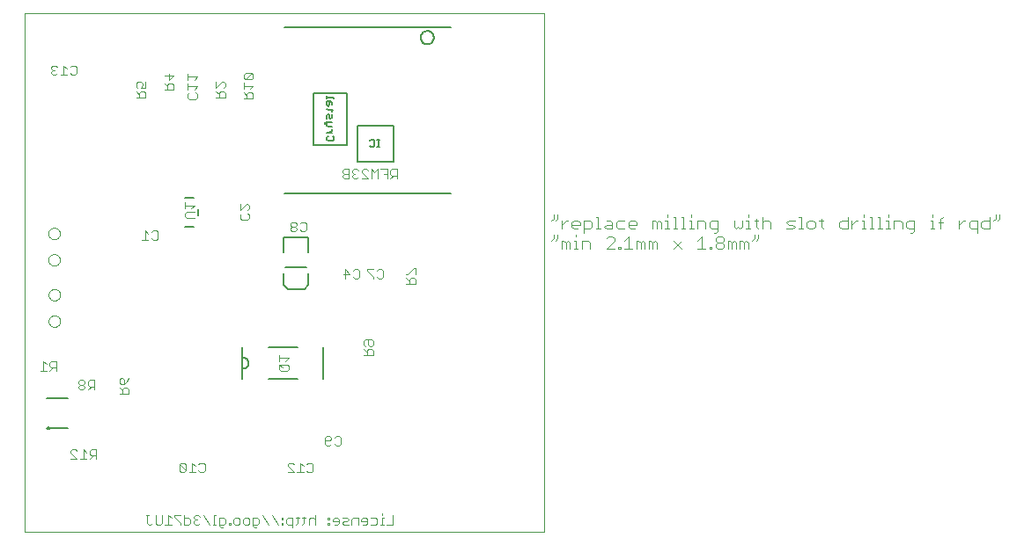
<source format=gbo>
G75*
%MOIN*%
%OFA0B0*%
%FSLAX24Y24*%
%IPPOS*%
%LPD*%
%AMOC8*
5,1,8,0,0,1.08239X$1,22.5*
%
%ADD10C,0.0000*%
%ADD11C,0.0040*%
%ADD12C,0.0080*%
%ADD13C,0.0050*%
%ADD14C,0.0030*%
D10*
X000350Y000350D02*
X000350Y020035D01*
X020035Y020035D01*
X020035Y000350D01*
X000350Y000350D01*
X001267Y008344D02*
X001269Y008373D01*
X001275Y008401D01*
X001284Y008429D01*
X001297Y008455D01*
X001314Y008478D01*
X001333Y008500D01*
X001355Y008519D01*
X001380Y008534D01*
X001406Y008547D01*
X001434Y008555D01*
X001462Y008560D01*
X001491Y008561D01*
X001520Y008558D01*
X001548Y008551D01*
X001575Y008541D01*
X001601Y008527D01*
X001624Y008510D01*
X001645Y008490D01*
X001663Y008467D01*
X001678Y008442D01*
X001689Y008415D01*
X001697Y008387D01*
X001701Y008358D01*
X001701Y008330D01*
X001697Y008301D01*
X001689Y008273D01*
X001678Y008246D01*
X001663Y008221D01*
X001645Y008198D01*
X001624Y008178D01*
X001601Y008161D01*
X001575Y008147D01*
X001548Y008137D01*
X001520Y008130D01*
X001491Y008127D01*
X001462Y008128D01*
X001434Y008133D01*
X001406Y008141D01*
X001380Y008154D01*
X001355Y008169D01*
X001333Y008188D01*
X001314Y008210D01*
X001297Y008233D01*
X001284Y008259D01*
X001275Y008287D01*
X001269Y008315D01*
X001267Y008344D01*
X001267Y009344D02*
X001269Y009373D01*
X001275Y009401D01*
X001284Y009429D01*
X001297Y009455D01*
X001314Y009478D01*
X001333Y009500D01*
X001355Y009519D01*
X001380Y009534D01*
X001406Y009547D01*
X001434Y009555D01*
X001462Y009560D01*
X001491Y009561D01*
X001520Y009558D01*
X001548Y009551D01*
X001575Y009541D01*
X001601Y009527D01*
X001624Y009510D01*
X001645Y009490D01*
X001663Y009467D01*
X001678Y009442D01*
X001689Y009415D01*
X001697Y009387D01*
X001701Y009358D01*
X001701Y009330D01*
X001697Y009301D01*
X001689Y009273D01*
X001678Y009246D01*
X001663Y009221D01*
X001645Y009198D01*
X001624Y009178D01*
X001601Y009161D01*
X001575Y009147D01*
X001548Y009137D01*
X001520Y009130D01*
X001491Y009127D01*
X001462Y009128D01*
X001434Y009133D01*
X001406Y009141D01*
X001380Y009154D01*
X001355Y009169D01*
X001333Y009188D01*
X001314Y009210D01*
X001297Y009233D01*
X001284Y009259D01*
X001275Y009287D01*
X001269Y009315D01*
X001267Y009344D01*
X001259Y010670D02*
X001261Y010699D01*
X001267Y010727D01*
X001276Y010755D01*
X001289Y010781D01*
X001306Y010804D01*
X001325Y010826D01*
X001347Y010845D01*
X001372Y010860D01*
X001398Y010873D01*
X001426Y010881D01*
X001454Y010886D01*
X001483Y010887D01*
X001512Y010884D01*
X001540Y010877D01*
X001567Y010867D01*
X001593Y010853D01*
X001616Y010836D01*
X001637Y010816D01*
X001655Y010793D01*
X001670Y010768D01*
X001681Y010741D01*
X001689Y010713D01*
X001693Y010684D01*
X001693Y010656D01*
X001689Y010627D01*
X001681Y010599D01*
X001670Y010572D01*
X001655Y010547D01*
X001637Y010524D01*
X001616Y010504D01*
X001593Y010487D01*
X001567Y010473D01*
X001540Y010463D01*
X001512Y010456D01*
X001483Y010453D01*
X001454Y010454D01*
X001426Y010459D01*
X001398Y010467D01*
X001372Y010480D01*
X001347Y010495D01*
X001325Y010514D01*
X001306Y010536D01*
X001289Y010559D01*
X001276Y010585D01*
X001267Y010613D01*
X001261Y010641D01*
X001259Y010670D01*
X001259Y011670D02*
X001261Y011699D01*
X001267Y011727D01*
X001276Y011755D01*
X001289Y011781D01*
X001306Y011804D01*
X001325Y011826D01*
X001347Y011845D01*
X001372Y011860D01*
X001398Y011873D01*
X001426Y011881D01*
X001454Y011886D01*
X001483Y011887D01*
X001512Y011884D01*
X001540Y011877D01*
X001567Y011867D01*
X001593Y011853D01*
X001616Y011836D01*
X001637Y011816D01*
X001655Y011793D01*
X001670Y011768D01*
X001681Y011741D01*
X001689Y011713D01*
X001693Y011684D01*
X001693Y011656D01*
X001689Y011627D01*
X001681Y011599D01*
X001670Y011572D01*
X001655Y011547D01*
X001637Y011524D01*
X001616Y011504D01*
X001593Y011487D01*
X001567Y011473D01*
X001540Y011463D01*
X001512Y011456D01*
X001483Y011453D01*
X001454Y011454D01*
X001426Y011459D01*
X001398Y011467D01*
X001372Y011480D01*
X001347Y011495D01*
X001325Y011514D01*
X001306Y011536D01*
X001289Y011559D01*
X001276Y011585D01*
X001267Y011613D01*
X001261Y011641D01*
X001259Y011670D01*
D11*
X004804Y011432D02*
X005040Y011432D01*
X004922Y011432D02*
X004922Y011786D01*
X005040Y011668D01*
X005167Y011727D02*
X005226Y011786D01*
X005344Y011786D01*
X005403Y011727D01*
X005403Y011491D01*
X005344Y011432D01*
X005226Y011432D01*
X005167Y011491D01*
X006434Y012312D02*
X006434Y012430D01*
X006493Y012489D01*
X006788Y012489D01*
X006670Y012616D02*
X006788Y012734D01*
X006434Y012734D01*
X006434Y012616D02*
X006434Y012852D01*
X006434Y012312D02*
X006493Y012253D01*
X006788Y012253D01*
X008512Y012257D02*
X008571Y012198D01*
X008807Y012198D01*
X008866Y012257D01*
X008866Y012375D01*
X008807Y012434D01*
X008807Y012561D02*
X008866Y012620D01*
X008866Y012738D01*
X008807Y012797D01*
X008748Y012797D01*
X008512Y012561D01*
X008512Y012797D01*
X008571Y012434D02*
X008512Y012375D01*
X008512Y012257D01*
X010417Y012045D02*
X010417Y011986D01*
X010476Y011927D01*
X010594Y011927D01*
X010653Y011986D01*
X010653Y012045D01*
X010594Y012104D01*
X010476Y012104D01*
X010417Y012045D01*
X010476Y011927D02*
X010417Y011868D01*
X010417Y011809D01*
X010476Y011750D01*
X010594Y011750D01*
X010653Y011809D01*
X010653Y011868D01*
X010594Y011927D01*
X010779Y012045D02*
X010838Y012104D01*
X010956Y012104D01*
X011015Y012045D01*
X011015Y011809D01*
X010956Y011750D01*
X010838Y011750D01*
X010779Y011809D01*
X012483Y010317D02*
X012660Y010140D01*
X012424Y010140D01*
X012483Y009963D02*
X012483Y010317D01*
X012787Y010258D02*
X012846Y010317D01*
X012964Y010317D01*
X013023Y010258D01*
X013023Y010022D01*
X012964Y009963D01*
X012846Y009963D01*
X012787Y010022D01*
X013329Y010266D02*
X013565Y010030D01*
X013565Y009971D01*
X013691Y010030D02*
X013750Y009971D01*
X013868Y009971D01*
X013927Y010030D01*
X013927Y010266D01*
X013868Y010325D01*
X013750Y010325D01*
X013691Y010266D01*
X013565Y010325D02*
X013329Y010325D01*
X013329Y010266D01*
X014804Y010118D02*
X014863Y010118D01*
X015099Y010354D01*
X015158Y010354D01*
X015158Y010118D01*
X015099Y009991D02*
X014981Y009991D01*
X014922Y009932D01*
X014922Y009755D01*
X014804Y009755D02*
X015158Y009755D01*
X015158Y009932D01*
X015099Y009991D01*
X014922Y009873D02*
X014804Y009991D01*
X013488Y007643D02*
X013547Y007584D01*
X013547Y007466D01*
X013488Y007407D01*
X013429Y007407D01*
X013370Y007466D01*
X013370Y007643D01*
X013252Y007643D02*
X013488Y007643D01*
X013252Y007643D02*
X013193Y007584D01*
X013193Y007466D01*
X013252Y007407D01*
X013193Y007281D02*
X013311Y007163D01*
X013311Y007222D02*
X013311Y007045D01*
X013193Y007045D02*
X013547Y007045D01*
X013547Y007222D01*
X013488Y007281D01*
X013370Y007281D01*
X013311Y007222D01*
X010351Y006951D02*
X010233Y006833D01*
X010292Y006706D02*
X010056Y006706D01*
X009997Y006647D01*
X009997Y006529D01*
X010056Y006470D01*
X010292Y006470D01*
X010351Y006529D01*
X010351Y006647D01*
X010292Y006706D01*
X010115Y006588D02*
X009997Y006706D01*
X009997Y006833D02*
X009997Y007069D01*
X009997Y006951D02*
X010351Y006951D01*
X011790Y003987D02*
X011908Y003987D01*
X011967Y003928D01*
X011967Y003869D01*
X011908Y003810D01*
X011731Y003810D01*
X011731Y003692D02*
X011731Y003928D01*
X011790Y003987D01*
X011731Y003692D02*
X011790Y003633D01*
X011908Y003633D01*
X011967Y003692D01*
X012094Y003692D02*
X012153Y003633D01*
X012271Y003633D01*
X012330Y003692D01*
X012330Y003928D01*
X012271Y003987D01*
X012153Y003987D01*
X012094Y003928D01*
X011213Y002968D02*
X011272Y002909D01*
X011272Y002673D01*
X011213Y002614D01*
X011095Y002614D01*
X011036Y002673D01*
X010910Y002614D02*
X010674Y002614D01*
X010792Y002614D02*
X010792Y002968D01*
X010910Y002850D01*
X011036Y002909D02*
X011095Y002968D01*
X011213Y002968D01*
X010547Y002909D02*
X010488Y002968D01*
X010370Y002968D01*
X010311Y002909D01*
X010311Y002850D01*
X010547Y002614D01*
X010311Y002614D01*
X010685Y000934D02*
X010685Y000698D01*
X010626Y000639D01*
X010502Y000639D02*
X010325Y000639D01*
X010266Y000698D01*
X010266Y000816D01*
X010325Y000875D01*
X010502Y000875D01*
X010502Y000521D01*
X010139Y000639D02*
X010139Y000698D01*
X010080Y000698D01*
X010080Y000639D01*
X010139Y000639D01*
X010139Y000816D02*
X010139Y000875D01*
X010080Y000875D01*
X010080Y000816D01*
X010139Y000816D01*
X009958Y000639D02*
X009722Y000993D01*
X009360Y000993D02*
X009596Y000639D01*
X009233Y000698D02*
X009233Y000816D01*
X009174Y000875D01*
X008997Y000875D01*
X008997Y000580D01*
X009056Y000521D01*
X009115Y000521D01*
X009174Y000639D02*
X008997Y000639D01*
X008871Y000698D02*
X008812Y000639D01*
X008694Y000639D01*
X008635Y000698D01*
X008635Y000816D01*
X008694Y000875D01*
X008812Y000875D01*
X008871Y000816D01*
X008871Y000698D01*
X009174Y000639D02*
X009233Y000698D01*
X008508Y000698D02*
X008449Y000639D01*
X008331Y000639D01*
X008272Y000698D01*
X008272Y000816D01*
X008331Y000875D01*
X008449Y000875D01*
X008508Y000816D01*
X008508Y000698D01*
X008146Y000698D02*
X008087Y000698D01*
X008087Y000639D01*
X008146Y000639D01*
X008146Y000698D01*
X007964Y000698D02*
X007905Y000639D01*
X007728Y000639D01*
X007728Y000580D02*
X007728Y000875D01*
X007905Y000875D01*
X007964Y000816D01*
X007964Y000698D01*
X007846Y000521D02*
X007787Y000521D01*
X007728Y000580D01*
X007602Y000639D02*
X007484Y000639D01*
X007543Y000639D02*
X007543Y000993D01*
X007602Y000993D01*
X007360Y000639D02*
X007124Y000993D01*
X006998Y000934D02*
X006939Y000993D01*
X006821Y000993D01*
X006762Y000934D01*
X006762Y000875D01*
X006821Y000816D01*
X006762Y000757D01*
X006762Y000698D01*
X006821Y000639D01*
X006939Y000639D01*
X006998Y000698D01*
X006880Y000816D02*
X006821Y000816D01*
X006635Y000816D02*
X006635Y000698D01*
X006576Y000639D01*
X006399Y000639D01*
X006399Y000993D01*
X006399Y000875D02*
X006576Y000875D01*
X006635Y000816D01*
X006273Y000698D02*
X006273Y000639D01*
X006273Y000698D02*
X006037Y000934D01*
X006037Y000993D01*
X006273Y000993D01*
X005910Y000875D02*
X005792Y000993D01*
X005792Y000639D01*
X005910Y000639D02*
X005674Y000639D01*
X005547Y000698D02*
X005547Y000993D01*
X005311Y000993D02*
X005311Y000698D01*
X005370Y000639D01*
X005488Y000639D01*
X005547Y000698D01*
X005185Y000698D02*
X005126Y000639D01*
X005067Y000639D01*
X005008Y000698D01*
X005008Y000993D01*
X005067Y000993D02*
X004949Y000993D01*
X006275Y002620D02*
X006393Y002620D01*
X006452Y002679D01*
X006216Y002915D01*
X006216Y002679D01*
X006275Y002620D01*
X006452Y002679D02*
X006452Y002915D01*
X006393Y002974D01*
X006275Y002974D01*
X006216Y002915D01*
X006697Y002974D02*
X006697Y002620D01*
X006815Y002620D02*
X006579Y002620D01*
X006941Y002679D02*
X007000Y002620D01*
X007118Y002620D01*
X007177Y002679D01*
X007177Y002915D01*
X007118Y002974D01*
X007000Y002974D01*
X006941Y002915D01*
X006815Y002856D02*
X006697Y002974D01*
X003068Y003126D02*
X003068Y003480D01*
X002891Y003480D01*
X002832Y003421D01*
X002832Y003303D01*
X002891Y003244D01*
X003068Y003244D01*
X002950Y003244D02*
X002832Y003126D01*
X002705Y003126D02*
X002469Y003126D01*
X002587Y003126D02*
X002587Y003480D01*
X002705Y003362D01*
X002343Y003421D02*
X002284Y003480D01*
X002166Y003480D01*
X002107Y003421D01*
X002107Y003362D01*
X002343Y003126D01*
X002107Y003126D01*
X003946Y005593D02*
X004300Y005593D01*
X004300Y005770D01*
X004241Y005829D01*
X004123Y005829D01*
X004064Y005770D01*
X004064Y005593D01*
X004064Y005711D02*
X003946Y005829D01*
X004005Y005956D02*
X003946Y006015D01*
X003946Y006133D01*
X004005Y006192D01*
X004064Y006192D01*
X004123Y006133D01*
X004123Y005956D01*
X004005Y005956D01*
X004123Y005956D02*
X004241Y006074D01*
X004300Y006192D01*
X002998Y006108D02*
X002998Y005754D01*
X002998Y005872D02*
X002821Y005872D01*
X002762Y005931D01*
X002762Y006049D01*
X002821Y006108D01*
X002998Y006108D01*
X002880Y005872D02*
X002762Y005754D01*
X002635Y005813D02*
X002635Y005872D01*
X002576Y005931D01*
X002458Y005931D01*
X002399Y005872D01*
X002399Y005813D01*
X002458Y005754D01*
X002576Y005754D01*
X002635Y005813D01*
X002576Y005931D02*
X002635Y005990D01*
X002635Y006049D01*
X002576Y006108D01*
X002458Y006108D01*
X002399Y006049D01*
X002399Y005990D01*
X002458Y005931D01*
X001544Y006472D02*
X001544Y006826D01*
X001367Y006826D01*
X001308Y006767D01*
X001308Y006649D01*
X001367Y006590D01*
X001544Y006590D01*
X001426Y006590D02*
X001308Y006472D01*
X001181Y006472D02*
X000945Y006472D01*
X001063Y006472D02*
X001063Y006826D01*
X001181Y006708D01*
X010626Y000875D02*
X010744Y000875D01*
X010867Y000875D02*
X010985Y000875D01*
X010926Y000934D02*
X010926Y000698D01*
X010867Y000639D01*
X011112Y000639D02*
X011112Y000816D01*
X011171Y000875D01*
X011289Y000875D01*
X011348Y000816D01*
X011348Y000993D02*
X011348Y000639D01*
X011832Y000639D02*
X011891Y000639D01*
X011891Y000698D01*
X011832Y000698D01*
X011832Y000639D01*
X011832Y000816D02*
X011891Y000816D01*
X011891Y000875D01*
X011832Y000875D01*
X011832Y000816D01*
X012018Y000816D02*
X012018Y000757D01*
X012254Y000757D01*
X012254Y000698D02*
X012254Y000816D01*
X012195Y000875D01*
X012077Y000875D01*
X012018Y000816D01*
X012077Y000639D02*
X012195Y000639D01*
X012254Y000698D01*
X012381Y000698D02*
X012440Y000757D01*
X012558Y000757D01*
X012617Y000816D01*
X012558Y000875D01*
X012381Y000875D01*
X012381Y000698D02*
X012440Y000639D01*
X012617Y000639D01*
X012743Y000639D02*
X012743Y000816D01*
X012802Y000875D01*
X012979Y000875D01*
X012979Y000639D01*
X013106Y000757D02*
X013342Y000757D01*
X013342Y000698D02*
X013342Y000816D01*
X013283Y000875D01*
X013165Y000875D01*
X013106Y000816D01*
X013106Y000757D01*
X013165Y000639D02*
X013283Y000639D01*
X013342Y000698D01*
X013468Y000639D02*
X013645Y000639D01*
X013704Y000698D01*
X013704Y000816D01*
X013645Y000875D01*
X013468Y000875D01*
X013887Y000875D02*
X013887Y000639D01*
X013946Y000639D02*
X013828Y000639D01*
X013887Y000875D02*
X013946Y000875D01*
X013887Y000993D02*
X013887Y001052D01*
X014308Y000993D02*
X014308Y000639D01*
X014072Y000639D01*
X020690Y011095D02*
X020690Y011402D01*
X020767Y011402D01*
X020844Y011325D01*
X020921Y011402D01*
X020997Y011325D01*
X020997Y011095D01*
X020844Y011095D02*
X020844Y011325D01*
X021151Y011402D02*
X021227Y011402D01*
X021227Y011095D01*
X021151Y011095D02*
X021304Y011095D01*
X021458Y011095D02*
X021458Y011402D01*
X021688Y011402D01*
X021765Y011325D01*
X021765Y011095D01*
X022378Y011095D02*
X022685Y011402D01*
X022685Y011478D01*
X022609Y011555D01*
X022455Y011555D01*
X022378Y011478D01*
X022378Y011845D02*
X022302Y011921D01*
X022378Y011998D01*
X022609Y011998D01*
X022609Y012075D02*
X022609Y011845D01*
X022378Y011845D01*
X022148Y011845D02*
X021995Y011845D01*
X022071Y011845D02*
X022071Y012305D01*
X021995Y012305D01*
X021841Y012075D02*
X021841Y011921D01*
X021765Y011845D01*
X021534Y011845D01*
X021534Y011691D02*
X021534Y012152D01*
X021765Y012152D01*
X021841Y012075D01*
X021381Y012075D02*
X021381Y011998D01*
X021074Y011998D01*
X021074Y011921D02*
X021074Y012075D01*
X021151Y012152D01*
X021304Y012152D01*
X021381Y012075D01*
X021304Y011845D02*
X021151Y011845D01*
X021074Y011921D01*
X020921Y012152D02*
X020844Y012152D01*
X020690Y011998D01*
X020690Y011845D02*
X020690Y012152D01*
X020537Y012228D02*
X020460Y012152D01*
X020383Y012228D02*
X020307Y012152D01*
X020383Y012228D02*
X020383Y012382D01*
X020537Y012382D02*
X020537Y012228D01*
X020537Y011632D02*
X020537Y011478D01*
X020460Y011402D01*
X020383Y011478D02*
X020307Y011402D01*
X020383Y011478D02*
X020383Y011632D01*
X021227Y011632D02*
X021227Y011555D01*
X022378Y011095D02*
X022685Y011095D01*
X022839Y011095D02*
X022916Y011095D01*
X022916Y011171D01*
X022839Y011171D01*
X022839Y011095D01*
X023069Y011095D02*
X023376Y011095D01*
X023529Y011095D02*
X023529Y011402D01*
X023606Y011402D01*
X023683Y011325D01*
X023760Y011402D01*
X023836Y011325D01*
X023836Y011095D01*
X023683Y011095D02*
X023683Y011325D01*
X023990Y011402D02*
X023990Y011095D01*
X024143Y011095D02*
X024143Y011325D01*
X024220Y011402D01*
X024297Y011325D01*
X024297Y011095D01*
X024143Y011325D02*
X024067Y011402D01*
X023990Y011402D01*
X023222Y011555D02*
X023222Y011095D01*
X023069Y011402D02*
X023222Y011555D01*
X023299Y011845D02*
X023222Y011921D01*
X023222Y012075D01*
X023299Y012152D01*
X023453Y012152D01*
X023529Y012075D01*
X023529Y011998D01*
X023222Y011998D01*
X023299Y011845D02*
X023453Y011845D01*
X023069Y011845D02*
X022839Y011845D01*
X022762Y011921D01*
X022762Y012075D01*
X022839Y012152D01*
X023069Y012152D01*
X022609Y012075D02*
X022532Y012152D01*
X022378Y012152D01*
X024143Y012152D02*
X024143Y011845D01*
X024297Y011845D02*
X024297Y012075D01*
X024373Y012152D01*
X024450Y012075D01*
X024450Y011845D01*
X024604Y011845D02*
X024757Y011845D01*
X024680Y011845D02*
X024680Y012152D01*
X024604Y012152D01*
X024680Y012305D02*
X024680Y012382D01*
X024911Y012305D02*
X024987Y012305D01*
X024987Y011845D01*
X024911Y011845D02*
X025064Y011845D01*
X025217Y011845D02*
X025371Y011845D01*
X025294Y011845D02*
X025294Y012305D01*
X025217Y012305D01*
X025524Y012152D02*
X025601Y012152D01*
X025601Y011845D01*
X025524Y011845D02*
X025678Y011845D01*
X025831Y011845D02*
X025831Y012152D01*
X026062Y012152D01*
X026138Y012075D01*
X026138Y011845D01*
X026292Y011921D02*
X026368Y011845D01*
X026599Y011845D01*
X026599Y011768D02*
X026599Y012152D01*
X026368Y012152D01*
X026292Y012075D01*
X026292Y011921D01*
X026445Y011691D02*
X026522Y011691D01*
X026599Y011768D01*
X026599Y011555D02*
X026752Y011555D01*
X026829Y011478D01*
X026829Y011402D01*
X026752Y011325D01*
X026599Y011325D01*
X026522Y011402D01*
X026522Y011478D01*
X026599Y011555D01*
X026599Y011325D02*
X026522Y011248D01*
X026522Y011171D01*
X026599Y011095D01*
X026752Y011095D01*
X026829Y011171D01*
X026829Y011248D01*
X026752Y011325D01*
X026982Y011402D02*
X027059Y011402D01*
X027136Y011325D01*
X027213Y011402D01*
X027289Y011325D01*
X027289Y011095D01*
X027136Y011095D02*
X027136Y011325D01*
X026982Y011402D02*
X026982Y011095D01*
X027443Y011095D02*
X027443Y011402D01*
X027519Y011402D01*
X027596Y011325D01*
X027673Y011402D01*
X027750Y011325D01*
X027750Y011095D01*
X027596Y011095D02*
X027596Y011325D01*
X027903Y011402D02*
X027980Y011478D01*
X027980Y011632D01*
X028133Y011632D02*
X028133Y011478D01*
X028057Y011402D01*
X028133Y011845D02*
X028057Y011921D01*
X028057Y012228D01*
X028133Y012152D02*
X027980Y012152D01*
X027750Y012152D02*
X027750Y011845D01*
X027826Y011845D02*
X027673Y011845D01*
X027519Y011921D02*
X027519Y012152D01*
X027673Y012152D02*
X027750Y012152D01*
X027750Y012305D02*
X027750Y012382D01*
X027213Y012152D02*
X027213Y011921D01*
X027289Y011845D01*
X027366Y011921D01*
X027443Y011845D01*
X027519Y011921D01*
X028287Y011845D02*
X028287Y012305D01*
X028364Y012152D02*
X028517Y012152D01*
X028594Y012075D01*
X028594Y011845D01*
X028287Y012075D02*
X028364Y012152D01*
X029208Y012075D02*
X029284Y011998D01*
X029438Y011998D01*
X029514Y011921D01*
X029438Y011845D01*
X029208Y011845D01*
X029208Y012075D02*
X029284Y012152D01*
X029514Y012152D01*
X029668Y012305D02*
X029745Y012305D01*
X029745Y011845D01*
X029821Y011845D02*
X029668Y011845D01*
X029975Y011921D02*
X029975Y012075D01*
X030052Y012152D01*
X030205Y012152D01*
X030282Y012075D01*
X030282Y011921D01*
X030205Y011845D01*
X030052Y011845D01*
X029975Y011921D01*
X030435Y012152D02*
X030589Y012152D01*
X030512Y012228D02*
X030512Y011921D01*
X030589Y011845D01*
X031203Y011921D02*
X031203Y012075D01*
X031279Y012152D01*
X031510Y012152D01*
X031663Y012152D02*
X031663Y011845D01*
X031663Y011998D02*
X031816Y012152D01*
X031893Y012152D01*
X032047Y012152D02*
X032123Y012152D01*
X032123Y011845D01*
X032047Y011845D02*
X032200Y011845D01*
X032354Y011845D02*
X032507Y011845D01*
X032430Y011845D02*
X032430Y012305D01*
X032354Y012305D01*
X032123Y012305D02*
X032123Y012382D01*
X032661Y012305D02*
X032737Y012305D01*
X032737Y011845D01*
X032661Y011845D02*
X032814Y011845D01*
X032967Y011845D02*
X033121Y011845D01*
X033044Y011845D02*
X033044Y012152D01*
X032967Y012152D01*
X033044Y012305D02*
X033044Y012382D01*
X033274Y012152D02*
X033505Y012152D01*
X033581Y012075D01*
X033581Y011845D01*
X033735Y011921D02*
X033811Y011845D01*
X034042Y011845D01*
X034042Y011768D02*
X034042Y012152D01*
X033811Y012152D01*
X033735Y012075D01*
X033735Y011921D01*
X033888Y011691D02*
X033965Y011691D01*
X034042Y011768D01*
X034656Y011845D02*
X034809Y011845D01*
X034732Y011845D02*
X034732Y012152D01*
X034656Y012152D01*
X034732Y012305D02*
X034732Y012382D01*
X035039Y012228D02*
X035116Y012305D01*
X035039Y012228D02*
X035039Y011845D01*
X034962Y012075D02*
X035116Y012075D01*
X035730Y012152D02*
X035730Y011845D01*
X035730Y011998D02*
X035883Y012152D01*
X035960Y012152D01*
X036113Y012075D02*
X036113Y011921D01*
X036190Y011845D01*
X036420Y011845D01*
X036420Y011691D02*
X036420Y012152D01*
X036190Y012152D01*
X036113Y012075D01*
X036574Y012075D02*
X036574Y011921D01*
X036651Y011845D01*
X036881Y011845D01*
X036881Y012305D01*
X036881Y012152D02*
X036651Y012152D01*
X036574Y012075D01*
X037034Y012152D02*
X037111Y012228D01*
X037111Y012382D01*
X037264Y012382D02*
X037264Y012228D01*
X037188Y012152D01*
X033274Y012152D02*
X033274Y011845D01*
X031510Y011845D02*
X031279Y011845D01*
X031203Y011921D01*
X031510Y011845D02*
X031510Y012305D01*
X026368Y011171D02*
X026368Y011095D01*
X026292Y011095D01*
X026292Y011171D01*
X026368Y011171D01*
X026138Y011095D02*
X025831Y011095D01*
X025985Y011095D02*
X025985Y011555D01*
X025831Y011402D01*
X025217Y011402D02*
X024911Y011095D01*
X025217Y011095D02*
X024911Y011402D01*
X024297Y012075D02*
X024220Y012152D01*
X024143Y012152D01*
X025601Y012305D02*
X025601Y012382D01*
X009006Y016784D02*
X009006Y016961D01*
X008947Y017020D01*
X008829Y017020D01*
X008770Y016961D01*
X008770Y016784D01*
X008770Y016902D02*
X008652Y017020D01*
X008652Y017147D02*
X008652Y017383D01*
X008652Y017265D02*
X009006Y017265D01*
X008888Y017147D01*
X008947Y017509D02*
X009006Y017568D01*
X009006Y017686D01*
X008947Y017745D01*
X008711Y017509D01*
X008652Y017568D01*
X008652Y017686D01*
X008711Y017745D01*
X008947Y017745D01*
X008947Y017509D02*
X008711Y017509D01*
X007951Y017364D02*
X007951Y017246D01*
X007892Y017187D01*
X007892Y017060D02*
X007774Y017060D01*
X007715Y017001D01*
X007715Y016824D01*
X007597Y016824D02*
X007951Y016824D01*
X007951Y017001D01*
X007892Y017060D01*
X007715Y016942D02*
X007597Y017060D01*
X007597Y017187D02*
X007833Y017423D01*
X007892Y017423D01*
X007951Y017364D01*
X007597Y017423D02*
X007597Y017187D01*
X006895Y017252D02*
X006541Y017252D01*
X006541Y017134D02*
X006541Y017370D01*
X006541Y017497D02*
X006541Y017733D01*
X006541Y017615D02*
X006895Y017615D01*
X006777Y017497D01*
X006895Y017252D02*
X006777Y017134D01*
X006836Y017008D02*
X006895Y016949D01*
X006895Y016831D01*
X006836Y016772D01*
X006600Y016772D01*
X006541Y016831D01*
X006541Y016949D01*
X006600Y017008D01*
X006001Y017133D02*
X006001Y017310D01*
X005942Y017369D01*
X005824Y017369D01*
X005765Y017310D01*
X005765Y017133D01*
X005765Y017251D02*
X005647Y017369D01*
X005824Y017495D02*
X005824Y017731D01*
X006001Y017672D02*
X005824Y017495D01*
X005647Y017672D02*
X006001Y017672D01*
X006001Y017133D02*
X005647Y017133D01*
X004936Y017181D02*
X004936Y017417D01*
X004818Y017358D02*
X004818Y017299D01*
X004759Y017181D01*
X004936Y017181D01*
X004877Y017054D02*
X004759Y017054D01*
X004700Y016995D01*
X004700Y016818D01*
X004700Y016936D02*
X004582Y017054D01*
X004641Y017181D02*
X004582Y017240D01*
X004582Y017358D01*
X004641Y017417D01*
X004759Y017417D01*
X004818Y017358D01*
X004877Y017054D02*
X004936Y016995D01*
X004936Y016818D01*
X004582Y016818D01*
X002320Y017745D02*
X002320Y017981D01*
X002261Y018040D01*
X002143Y018040D01*
X002084Y017981D01*
X001957Y017922D02*
X001839Y018040D01*
X001839Y017686D01*
X001957Y017686D02*
X001721Y017686D01*
X001595Y017745D02*
X001536Y017686D01*
X001418Y017686D01*
X001359Y017745D01*
X001359Y017804D01*
X001418Y017863D01*
X001477Y017863D01*
X001418Y017863D02*
X001359Y017922D01*
X001359Y017981D01*
X001418Y018040D01*
X001536Y018040D01*
X001595Y017981D01*
X002084Y017745D02*
X002143Y017686D01*
X002261Y017686D01*
X002320Y017745D01*
X008652Y016784D02*
X009006Y016784D01*
D12*
X011303Y017000D02*
X011303Y015031D01*
X012563Y015031D01*
X012563Y017000D01*
X011303Y017000D01*
X012956Y015759D02*
X012956Y014381D01*
X014334Y014381D01*
X014334Y015759D01*
X012956Y015759D01*
X010200Y013200D02*
X016500Y013200D01*
X011107Y011539D02*
X011107Y010948D01*
X011107Y011539D02*
X010162Y011539D01*
X010162Y010948D01*
X010162Y010161D02*
X010162Y009728D01*
X010320Y009570D01*
X010950Y009570D01*
X011107Y009728D01*
X011107Y010161D01*
X006926Y012365D02*
X006926Y012576D01*
X006776Y013030D02*
X006438Y013030D01*
X006438Y011910D02*
X006776Y011910D01*
X008596Y007345D02*
X008596Y006164D01*
X008635Y006558D02*
X008662Y006560D01*
X008688Y006565D01*
X008713Y006574D01*
X008737Y006587D01*
X008759Y006602D01*
X008779Y006621D01*
X008796Y006641D01*
X008810Y006664D01*
X008821Y006689D01*
X008828Y006715D01*
X008832Y006742D01*
X008832Y006768D01*
X008828Y006795D01*
X008821Y006821D01*
X008810Y006846D01*
X008796Y006869D01*
X008779Y006889D01*
X008759Y006908D01*
X008737Y006923D01*
X008713Y006936D01*
X008688Y006945D01*
X008662Y006950D01*
X008635Y006952D01*
X009580Y007345D02*
X010683Y007345D01*
X011667Y007345D02*
X011667Y006164D01*
X010683Y006164D02*
X009580Y006164D01*
X010200Y019500D02*
X016500Y019500D01*
D13*
X015350Y019100D02*
X015352Y019131D01*
X015358Y019162D01*
X015368Y019192D01*
X015381Y019220D01*
X015398Y019247D01*
X015418Y019271D01*
X015441Y019293D01*
X015466Y019311D01*
X015494Y019326D01*
X015523Y019338D01*
X015553Y019346D01*
X015584Y019350D01*
X015616Y019350D01*
X015647Y019346D01*
X015677Y019338D01*
X015706Y019326D01*
X015734Y019311D01*
X015759Y019293D01*
X015782Y019271D01*
X015802Y019247D01*
X015819Y019220D01*
X015832Y019192D01*
X015842Y019162D01*
X015848Y019131D01*
X015850Y019100D01*
X015848Y019069D01*
X015842Y019038D01*
X015832Y019008D01*
X015819Y018980D01*
X015802Y018953D01*
X015782Y018929D01*
X015759Y018907D01*
X015734Y018889D01*
X015706Y018874D01*
X015677Y018862D01*
X015647Y018854D01*
X015616Y018850D01*
X015584Y018850D01*
X015553Y018854D01*
X015523Y018862D01*
X015494Y018874D01*
X015466Y018889D01*
X015441Y018907D01*
X015418Y018929D01*
X015398Y018953D01*
X015381Y018980D01*
X015368Y019008D01*
X015358Y019038D01*
X015352Y019069D01*
X015350Y019100D01*
X012065Y016833D02*
X011800Y016833D01*
X011800Y016789D02*
X011800Y016877D01*
X011800Y016676D02*
X011800Y016543D01*
X011844Y016499D01*
X011889Y016543D01*
X011889Y016676D01*
X011933Y016676D02*
X011800Y016676D01*
X011933Y016676D02*
X011977Y016632D01*
X011977Y016543D01*
X011977Y016394D02*
X011977Y016306D01*
X012021Y016350D02*
X011844Y016350D01*
X011800Y016394D01*
X011844Y016192D02*
X011889Y016148D01*
X011889Y016060D01*
X011933Y016016D01*
X011977Y016060D01*
X011977Y016192D01*
X011844Y016192D02*
X011800Y016148D01*
X011800Y016016D01*
X011800Y015902D02*
X011800Y015770D01*
X011844Y015726D01*
X011977Y015726D01*
X011977Y015617D02*
X011977Y015572D01*
X011889Y015484D01*
X011977Y015484D02*
X011800Y015484D01*
X011844Y015371D02*
X011800Y015326D01*
X011800Y015238D01*
X011844Y015194D01*
X012021Y015194D01*
X012065Y015238D01*
X012065Y015326D01*
X012021Y015371D01*
X011712Y015814D02*
X011712Y015858D01*
X011756Y015902D01*
X011977Y015902D01*
X012065Y016789D02*
X012065Y016833D01*
X013472Y015223D02*
X013560Y015223D01*
X013604Y015179D01*
X013604Y015002D01*
X013560Y014958D01*
X013472Y014958D01*
X013427Y015002D01*
X013427Y015179D02*
X013472Y015223D01*
X013709Y015223D02*
X013797Y015223D01*
X013753Y015223D02*
X013753Y014958D01*
X013797Y014958D02*
X013709Y014958D01*
X011035Y010404D02*
X010235Y010404D01*
X001994Y005415D02*
X001206Y005415D01*
X001216Y004300D02*
X001218Y004312D01*
X001223Y004323D01*
X001232Y004332D01*
X001243Y004337D01*
X001255Y004339D01*
X001267Y004337D01*
X001278Y004332D01*
X001287Y004323D01*
X001292Y004312D01*
X001294Y004300D01*
X001292Y004288D01*
X001287Y004277D01*
X001278Y004268D01*
X001267Y004263D01*
X001255Y004261D01*
X001243Y004263D01*
X001232Y004268D01*
X001223Y004277D01*
X001218Y004288D01*
X001216Y004300D01*
X001206Y004285D02*
X001994Y004285D01*
D14*
X012392Y013813D02*
X012453Y013753D01*
X012635Y013753D01*
X012635Y014117D01*
X012453Y014117D01*
X012392Y014056D01*
X012392Y013995D01*
X012453Y013935D01*
X012635Y013935D01*
X012754Y013995D02*
X012815Y013935D01*
X012754Y013874D01*
X012754Y013813D01*
X012815Y013753D01*
X012936Y013753D01*
X012997Y013813D01*
X013117Y013753D02*
X013360Y013753D01*
X013117Y013995D01*
X013117Y014056D01*
X013178Y014117D01*
X013299Y014117D01*
X013360Y014056D01*
X013480Y014117D02*
X013480Y013753D01*
X013722Y013753D02*
X013722Y014117D01*
X013601Y013995D01*
X013480Y014117D01*
X013842Y014117D02*
X014085Y014117D01*
X014085Y013753D01*
X014205Y013753D02*
X014326Y013874D01*
X014265Y013874D02*
X014447Y013874D01*
X014447Y013753D02*
X014447Y014117D01*
X014265Y014117D01*
X014205Y014056D01*
X014205Y013935D01*
X014265Y013874D01*
X014085Y013935D02*
X013963Y013935D01*
X012997Y014056D02*
X012936Y014117D01*
X012815Y014117D01*
X012754Y014056D01*
X012754Y013995D01*
X012815Y013935D02*
X012876Y013935D01*
X012453Y013935D02*
X012392Y013874D01*
X012392Y013813D01*
M02*

</source>
